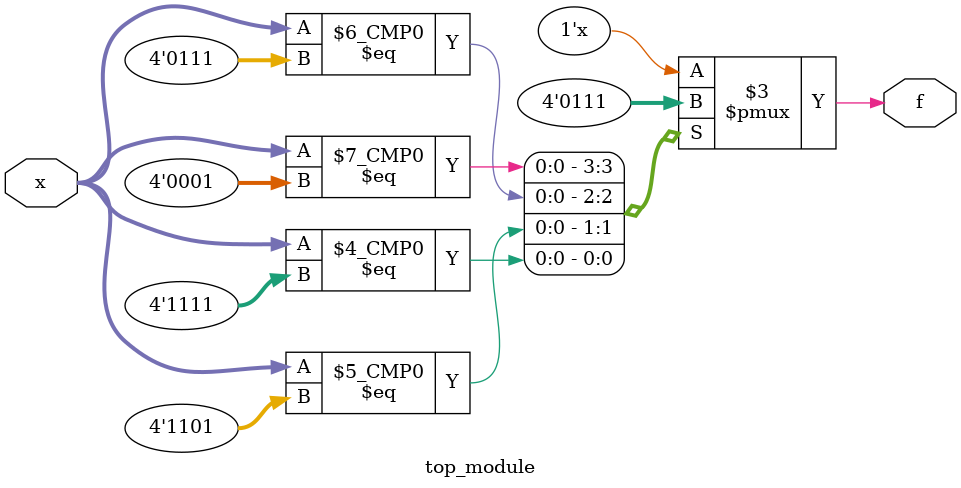
<source format=sv>
module top_module (
    input [4:1] x,
    output logic f
);

always_comb begin
    case({x[4:3], x[2:1]})
        4'b0001: f = 1'b0;
        4'b0111: f = 1'b1;
        4'b1101: f = 1'b1;
        4'b1111: f = 1'b1;
        default: f = 1'bx; // Don't care condition
    endcase
end

endmodule

</source>
